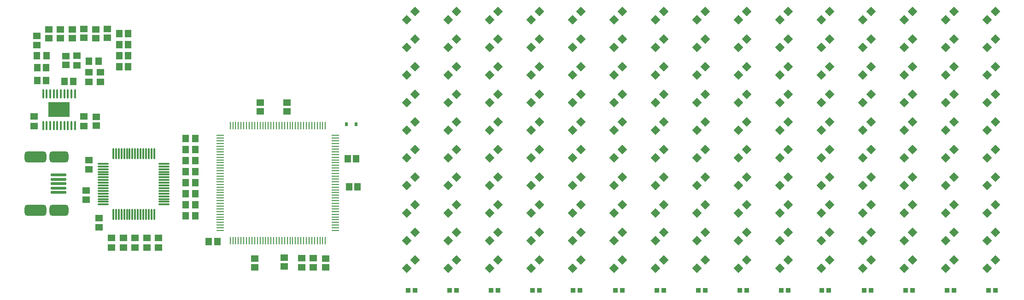
<source format=gbr>
%TF.GenerationSoftware,Altium Limited,Altium Designer,20.1.14 (287)*%
G04 Layer_Color=8421504*
%FSLAX26Y26*%
%MOIN*%
%TF.SameCoordinates,7E9A0AC4-0E20-4BBF-80A7-7FB1365180D4*%
%TF.FilePolarity,Positive*%
%TF.FileFunction,Paste,Top*%
%TF.Part,Single*%
G01*
G75*
%TA.AperFunction,SMDPad,CuDef*%
%ADD10O,0.009842X0.055118*%
%ADD11O,0.055118X0.009842*%
%ADD12O,0.011811X0.082677*%
%ADD13O,0.082677X0.011811*%
%ADD14R,0.151969X0.107874*%
%ADD15O,0.013780X0.072835*%
%ADD16R,0.033465X0.037402*%
%ADD17R,0.053150X0.045276*%
%ADD18R,0.045276X0.053150*%
%TA.AperFunction,ConnectorPad*%
G04:AMPARAMS|DCode=19|XSize=137.795mil|YSize=80.709mil|CornerRadius=20.177mil|HoleSize=0mil|Usage=FLASHONLY|Rotation=180.000|XOffset=0mil|YOffset=0mil|HoleType=Round|Shape=RoundedRectangle|*
%AMROUNDEDRECTD19*
21,1,0.137795,0.040354,0,0,180.0*
21,1,0.097441,0.080709,0,0,180.0*
1,1,0.040354,-0.048721,0.020177*
1,1,0.040354,0.048721,0.020177*
1,1,0.040354,0.048721,-0.020177*
1,1,0.040354,-0.048721,-0.020177*
%
%ADD19ROUNDEDRECTD19*%
G04:AMPARAMS|DCode=20|XSize=157.48mil|YSize=80.709mil|CornerRadius=20.177mil|HoleSize=0mil|Usage=FLASHONLY|Rotation=180.000|XOffset=0mil|YOffset=0mil|HoleType=Round|Shape=RoundedRectangle|*
%AMROUNDEDRECTD20*
21,1,0.157480,0.040354,0,0,180.0*
21,1,0.117126,0.080709,0,0,180.0*
1,1,0.040354,-0.058563,0.020177*
1,1,0.040354,0.058563,0.020177*
1,1,0.040354,0.058563,-0.020177*
1,1,0.040354,-0.058563,-0.020177*
%
%ADD20ROUNDEDRECTD20*%
G04:AMPARAMS|DCode=21|XSize=137.795mil|YSize=80.709mil|CornerRadius=20.177mil|HoleSize=0mil|Usage=FLASHONLY|Rotation=180.000|XOffset=0mil|YOffset=0mil|HoleType=Round|Shape=RoundedRectangle|*
%AMROUNDEDRECTD21*
21,1,0.137795,0.040355,0,0,180.0*
21,1,0.097441,0.080709,0,0,180.0*
1,1,0.040354,-0.048721,0.020177*
1,1,0.040354,0.048721,0.020177*
1,1,0.040354,0.048721,-0.020177*
1,1,0.040354,-0.048721,-0.020177*
%
%ADD21ROUNDEDRECTD21*%
G04:AMPARAMS|DCode=22|XSize=110.236mil|YSize=19.685mil|CornerRadius=4.921mil|HoleSize=0mil|Usage=FLASHONLY|Rotation=180.000|XOffset=0mil|YOffset=0mil|HoleType=Round|Shape=RoundedRectangle|*
%AMROUNDEDRECTD22*
21,1,0.110236,0.009843,0,0,180.0*
21,1,0.100394,0.019685,0,0,180.0*
1,1,0.009842,-0.050197,0.004921*
1,1,0.009842,0.050197,0.004921*
1,1,0.009842,0.050197,-0.004921*
1,1,0.009842,-0.050197,-0.004921*
%
%ADD22ROUNDEDRECTD22*%
%TA.AperFunction,SMDPad,CuDef*%
%ADD23P,0.066813X4X180.0*%
%ADD24R,0.023622X0.031496*%
%ADD25R,0.051181X0.055118*%
%ADD26R,0.055118X0.051181*%
D10*
X3213780Y3515000D02*
D03*
X3233465D02*
D03*
X3253150D02*
D03*
X3272835D02*
D03*
X3292520D02*
D03*
X3312205D02*
D03*
X3331890D02*
D03*
X3351575D02*
D03*
X3371260D02*
D03*
X3390945D02*
D03*
X3410630D02*
D03*
X3430315D02*
D03*
X3450000D02*
D03*
X3469685D02*
D03*
X3489370D02*
D03*
X3509055D02*
D03*
X3528740D02*
D03*
X3548425D02*
D03*
X3568110D02*
D03*
X3587795D02*
D03*
X3607480D02*
D03*
X3627165D02*
D03*
X3646850D02*
D03*
X3666535D02*
D03*
X3686220D02*
D03*
X3705905D02*
D03*
X3725591D02*
D03*
X3745276D02*
D03*
X3764961D02*
D03*
X3784646D02*
D03*
X3804331D02*
D03*
X3824016D02*
D03*
X3843701D02*
D03*
X3863386D02*
D03*
X3883071D02*
D03*
X3902756D02*
D03*
Y2680354D02*
D03*
X3883071D02*
D03*
X3863386D02*
D03*
X3843701D02*
D03*
X3824016D02*
D03*
X3804331D02*
D03*
X3784646D02*
D03*
X3764961D02*
D03*
X3745276D02*
D03*
X3725591D02*
D03*
X3705905D02*
D03*
X3686220D02*
D03*
X3666535D02*
D03*
X3646850D02*
D03*
X3627165D02*
D03*
X3607480D02*
D03*
X3587795D02*
D03*
X3568110D02*
D03*
X3548425D02*
D03*
X3528740D02*
D03*
X3509055D02*
D03*
X3489370D02*
D03*
X3469685D02*
D03*
X3450000D02*
D03*
X3430315D02*
D03*
X3410630D02*
D03*
X3390945D02*
D03*
X3371260D02*
D03*
X3351575D02*
D03*
X3331890D02*
D03*
X3312205D02*
D03*
X3292520D02*
D03*
X3272835D02*
D03*
X3253150D02*
D03*
X3233465D02*
D03*
X3213780D02*
D03*
D11*
X3975591Y3442165D02*
D03*
Y3422480D02*
D03*
Y3402795D02*
D03*
Y3383110D02*
D03*
Y3363425D02*
D03*
Y3343740D02*
D03*
Y3324055D02*
D03*
Y3304370D02*
D03*
Y3284685D02*
D03*
Y3265000D02*
D03*
Y3245315D02*
D03*
Y3225630D02*
D03*
Y3205945D02*
D03*
Y3186260D02*
D03*
Y3166575D02*
D03*
Y3146890D02*
D03*
Y3127205D02*
D03*
Y3107520D02*
D03*
Y3087835D02*
D03*
Y3068150D02*
D03*
Y3048465D02*
D03*
Y3028780D02*
D03*
Y3009095D02*
D03*
Y2989409D02*
D03*
Y2969724D02*
D03*
Y2950039D02*
D03*
Y2930354D02*
D03*
Y2910669D02*
D03*
Y2890984D02*
D03*
Y2871299D02*
D03*
Y2851614D02*
D03*
Y2831929D02*
D03*
Y2812244D02*
D03*
Y2792559D02*
D03*
Y2772874D02*
D03*
Y2753189D02*
D03*
X3140945D02*
D03*
Y2772874D02*
D03*
Y2792559D02*
D03*
Y2812244D02*
D03*
Y2831929D02*
D03*
Y2851614D02*
D03*
Y2871299D02*
D03*
Y2890984D02*
D03*
Y2910669D02*
D03*
Y2930354D02*
D03*
Y2950039D02*
D03*
Y2969724D02*
D03*
Y2989409D02*
D03*
Y3009095D02*
D03*
Y3028780D02*
D03*
Y3048465D02*
D03*
Y3068150D02*
D03*
Y3087835D02*
D03*
Y3107520D02*
D03*
Y3127205D02*
D03*
Y3146890D02*
D03*
Y3166575D02*
D03*
Y3186260D02*
D03*
Y3205945D02*
D03*
Y3225630D02*
D03*
Y3245315D02*
D03*
Y3265000D02*
D03*
Y3284685D02*
D03*
Y3304370D02*
D03*
Y3324055D02*
D03*
Y3343740D02*
D03*
Y3363425D02*
D03*
Y3383110D02*
D03*
Y3402795D02*
D03*
Y3422480D02*
D03*
Y3442165D02*
D03*
D12*
X2368199Y3310472D02*
D03*
X2387885D02*
D03*
X2407570D02*
D03*
X2427255D02*
D03*
X2446940D02*
D03*
X2466625D02*
D03*
X2486310D02*
D03*
X2505995D02*
D03*
X2525680D02*
D03*
X2545365D02*
D03*
X2565050D02*
D03*
X2584735D02*
D03*
X2604420D02*
D03*
X2624105D02*
D03*
X2643790D02*
D03*
X2663475D02*
D03*
Y2869528D02*
D03*
X2643790D02*
D03*
X2624105D02*
D03*
X2604420D02*
D03*
X2584735D02*
D03*
X2565050D02*
D03*
X2545365D02*
D03*
X2525680D02*
D03*
X2505995D02*
D03*
X2486310D02*
D03*
X2466625D02*
D03*
X2446940D02*
D03*
X2427255D02*
D03*
X2407570D02*
D03*
X2387885D02*
D03*
X2368199D02*
D03*
D13*
X2736310Y3237638D02*
D03*
Y3217953D02*
D03*
Y3198268D02*
D03*
Y3178583D02*
D03*
Y3158898D02*
D03*
Y3139213D02*
D03*
Y3119528D02*
D03*
Y3099843D02*
D03*
Y3080157D02*
D03*
Y3060472D02*
D03*
Y3040787D02*
D03*
Y3021102D02*
D03*
Y3001417D02*
D03*
Y2981732D02*
D03*
Y2962047D02*
D03*
Y2942362D02*
D03*
X2295365D02*
D03*
Y2962047D02*
D03*
Y2981732D02*
D03*
Y3001417D02*
D03*
Y3021102D02*
D03*
Y3040787D02*
D03*
Y3060472D02*
D03*
Y3080157D02*
D03*
Y3099843D02*
D03*
Y3119528D02*
D03*
Y3139213D02*
D03*
Y3158898D02*
D03*
Y3178583D02*
D03*
Y3198268D02*
D03*
Y3217953D02*
D03*
Y3237638D02*
D03*
D14*
X1975837Y3630000D02*
D03*
D15*
X1860680Y3514843D02*
D03*
X1886270D02*
D03*
X1911861D02*
D03*
X1937451D02*
D03*
X1963042D02*
D03*
X1988632D02*
D03*
X2014223D02*
D03*
X2039814D02*
D03*
X2065404D02*
D03*
X2090995D02*
D03*
X1860680Y3745157D02*
D03*
X1886270D02*
D03*
X1911861D02*
D03*
X1937451D02*
D03*
X1963042D02*
D03*
X1988632D02*
D03*
X2014223D02*
D03*
X2039814D02*
D03*
X2065404D02*
D03*
X2090995D02*
D03*
D16*
X8751360Y2320769D02*
D03*
X8700179D02*
D03*
X8451360D02*
D03*
X8400179D02*
D03*
X8151360D02*
D03*
X8100179D02*
D03*
X7851360D02*
D03*
X7800179D02*
D03*
X7546360D02*
D03*
X7495179D02*
D03*
X7251360D02*
D03*
X7200179D02*
D03*
X6951360D02*
D03*
X6900179D02*
D03*
X6651360D02*
D03*
X6600179D02*
D03*
X6351360D02*
D03*
X6300179D02*
D03*
X6051360D02*
D03*
X6000179D02*
D03*
X5746360D02*
D03*
X5695179D02*
D03*
X5451360D02*
D03*
X5400179D02*
D03*
X5151360D02*
D03*
X5100179D02*
D03*
X4851360D02*
D03*
X4800179D02*
D03*
X4551360D02*
D03*
X4500179D02*
D03*
D17*
X3815837Y2555000D02*
D03*
Y2486102D02*
D03*
X3730837Y2554449D02*
D03*
Y2485551D02*
D03*
X2190837Y3264449D02*
D03*
Y3195551D02*
D03*
X2170837Y3044449D02*
D03*
Y2975551D02*
D03*
X2695837Y2630315D02*
D03*
Y2699213D02*
D03*
X2610837Y2630315D02*
D03*
Y2699213D02*
D03*
X2525837Y2630315D02*
D03*
Y2699213D02*
D03*
X2440837Y2630866D02*
D03*
Y2699764D02*
D03*
X2355837Y2630866D02*
D03*
Y2699764D02*
D03*
X2265837Y2776102D02*
D03*
Y2845000D02*
D03*
X1815837Y4095551D02*
D03*
Y4164449D02*
D03*
X2155837Y3579449D02*
D03*
Y3510551D02*
D03*
X1795837Y3579449D02*
D03*
Y3510551D02*
D03*
X2275837Y3830551D02*
D03*
Y3899449D02*
D03*
X2105837Y4018898D02*
D03*
Y3950000D02*
D03*
X2190837Y3830551D02*
D03*
Y3899449D02*
D03*
D18*
X2960286Y3420000D02*
D03*
X2891388D02*
D03*
X2960286Y3340000D02*
D03*
X2891388D02*
D03*
X2960286Y3260000D02*
D03*
X2891388D02*
D03*
X2960286Y3180000D02*
D03*
X2891388D02*
D03*
X2960286Y3100000D02*
D03*
X2891388D02*
D03*
X2960286Y3020000D02*
D03*
X2891388D02*
D03*
X2960286Y2940000D02*
D03*
X2891388D02*
D03*
X2960286Y2860000D02*
D03*
X2891388D02*
D03*
X1884735Y4020000D02*
D03*
X1815837D02*
D03*
X2191388Y3980000D02*
D03*
X2260286D02*
D03*
D19*
X1973357Y3287284D02*
D03*
D20*
X1806033D02*
D03*
Y2899488D02*
D03*
D21*
X1973357D02*
D03*
D22*
X1972371Y3124882D02*
D03*
Y3156378D02*
D03*
Y3061890D02*
D03*
Y3030394D02*
D03*
Y3093386D02*
D03*
D23*
X8750000Y4340000D02*
D03*
X8691538Y4281538D02*
D03*
X8450000Y4340000D02*
D03*
X8391538Y4281538D02*
D03*
X8150000Y4340000D02*
D03*
X8091538Y4281538D02*
D03*
X7850000Y4340000D02*
D03*
X7791538Y4281538D02*
D03*
X7550000Y4340000D02*
D03*
X7491538Y4281538D02*
D03*
X7250000Y4340000D02*
D03*
X7191538Y4281538D02*
D03*
X6950000Y4340000D02*
D03*
X6891538Y4281538D02*
D03*
X6650000Y4340000D02*
D03*
X6591538Y4281538D02*
D03*
X6350000Y4340000D02*
D03*
X6291538Y4281538D02*
D03*
X6050000Y4340000D02*
D03*
X5991538Y4281538D02*
D03*
X5750000Y4340000D02*
D03*
X5691538Y4281538D02*
D03*
X5450000Y4340000D02*
D03*
X5391538Y4281538D02*
D03*
X5150000Y4340000D02*
D03*
X5091538Y4281538D02*
D03*
X4850000Y4340000D02*
D03*
X4791538Y4281538D02*
D03*
X4550000Y4340000D02*
D03*
X4491538Y4281538D02*
D03*
X8750000Y4140000D02*
D03*
X8691538Y4081538D02*
D03*
X8450000Y4140000D02*
D03*
X8391538Y4081538D02*
D03*
X8150000Y4140000D02*
D03*
X8091538Y4081538D02*
D03*
X7850000Y4140000D02*
D03*
X7791538Y4081538D02*
D03*
X7550000Y4140000D02*
D03*
X7491538Y4081538D02*
D03*
X7250000Y4140000D02*
D03*
X7191538Y4081538D02*
D03*
X6950000Y4140000D02*
D03*
X6891538Y4081538D02*
D03*
X6650000Y4140000D02*
D03*
X6591538Y4081538D02*
D03*
X6350000Y4140000D02*
D03*
X6291538Y4081538D02*
D03*
X6050000Y4140000D02*
D03*
X5991538Y4081538D02*
D03*
X5750000Y4140000D02*
D03*
X5691538Y4081538D02*
D03*
X5450000Y4140000D02*
D03*
X5391538Y4081538D02*
D03*
X5150000Y4140000D02*
D03*
X5091538Y4081538D02*
D03*
X4850000Y4140000D02*
D03*
X4791538Y4081538D02*
D03*
X4550000Y4140000D02*
D03*
X4491538Y4081538D02*
D03*
X8750000Y3940000D02*
D03*
X8691538Y3881538D02*
D03*
X8450000Y3940000D02*
D03*
X8391538Y3881538D02*
D03*
X8150000Y3940000D02*
D03*
X8091538Y3881538D02*
D03*
X7850000Y3940000D02*
D03*
X7791538Y3881538D02*
D03*
X7550000Y3940000D02*
D03*
X7491538Y3881538D02*
D03*
X7250000Y3940000D02*
D03*
X7191538Y3881538D02*
D03*
X6950000Y3940000D02*
D03*
X6891538Y3881538D02*
D03*
X6650000Y3940000D02*
D03*
X6591538Y3881538D02*
D03*
X6350000Y3940000D02*
D03*
X6291538Y3881538D02*
D03*
X6050000Y3940000D02*
D03*
X5991538Y3881538D02*
D03*
X5750000Y3940000D02*
D03*
X5691538Y3881538D02*
D03*
X5450000Y3940000D02*
D03*
X5391538Y3881538D02*
D03*
X5150000Y3940000D02*
D03*
X5091538Y3881538D02*
D03*
X4850000Y3940000D02*
D03*
X4791538Y3881538D02*
D03*
X4550000Y3940000D02*
D03*
X4491538Y3881538D02*
D03*
X8750000Y3740000D02*
D03*
X8691538Y3681538D02*
D03*
X8450000Y3740000D02*
D03*
X8391538Y3681538D02*
D03*
X8150000Y3740000D02*
D03*
X8091538Y3681538D02*
D03*
X7850000Y3740000D02*
D03*
X7791538Y3681538D02*
D03*
X7550000Y3740000D02*
D03*
X7491538Y3681538D02*
D03*
X7250000Y3740000D02*
D03*
X7191538Y3681538D02*
D03*
X6950000Y3740000D02*
D03*
X6891538Y3681538D02*
D03*
X6650000Y3740000D02*
D03*
X6591538Y3681538D02*
D03*
X6350000Y3740000D02*
D03*
X6291538Y3681538D02*
D03*
X6050000Y3740000D02*
D03*
X5991538Y3681538D02*
D03*
X5750000Y3740000D02*
D03*
X5691538Y3681538D02*
D03*
X5450000Y3740000D02*
D03*
X5391538Y3681538D02*
D03*
X5150000Y3740000D02*
D03*
X5091538Y3681538D02*
D03*
X4850000Y3740000D02*
D03*
X4791538Y3681538D02*
D03*
X4550000Y3740000D02*
D03*
X4491538Y3681538D02*
D03*
X8750000Y3540000D02*
D03*
X8691538Y3481538D02*
D03*
X8450000Y3540000D02*
D03*
X8391538Y3481538D02*
D03*
X8150000Y3540000D02*
D03*
X8091538Y3481538D02*
D03*
X7850000Y3540000D02*
D03*
X7791538Y3481538D02*
D03*
X7550000Y3540000D02*
D03*
X7491538Y3481538D02*
D03*
X7250000Y3540000D02*
D03*
X7191538Y3481538D02*
D03*
X6950000Y3540000D02*
D03*
X6891538Y3481538D02*
D03*
X6650000Y3540000D02*
D03*
X6591538Y3481538D02*
D03*
X6350000Y3540000D02*
D03*
X6291538Y3481538D02*
D03*
X6050000Y3540000D02*
D03*
X5991538Y3481538D02*
D03*
X5750000Y3540000D02*
D03*
X5691538Y3481538D02*
D03*
X5450000Y3540000D02*
D03*
X5391538Y3481538D02*
D03*
X5150000Y3540000D02*
D03*
X5091538Y3481538D02*
D03*
X4850000Y3540000D02*
D03*
X4791538Y3481538D02*
D03*
X4550000Y3540000D02*
D03*
X4491538Y3481538D02*
D03*
X8750000Y3340000D02*
D03*
X8691538Y3281538D02*
D03*
X8450000Y3340000D02*
D03*
X8391538Y3281538D02*
D03*
X8150000Y3340000D02*
D03*
X8091538Y3281538D02*
D03*
X7850000Y3340000D02*
D03*
X7791538Y3281538D02*
D03*
X7550000Y3340000D02*
D03*
X7491538Y3281538D02*
D03*
X7250000Y3340000D02*
D03*
X7191538Y3281538D02*
D03*
X6950000Y3340000D02*
D03*
X6891538Y3281538D02*
D03*
X6650000Y3340000D02*
D03*
X6591538Y3281538D02*
D03*
X6350000Y3340000D02*
D03*
X6291538Y3281538D02*
D03*
X6050000Y3340000D02*
D03*
X5991538Y3281538D02*
D03*
X5750000Y3340000D02*
D03*
X5691538Y3281538D02*
D03*
X5450000Y3340000D02*
D03*
X5391538Y3281538D02*
D03*
X5150000Y3340000D02*
D03*
X5091538Y3281538D02*
D03*
X4850000Y3340000D02*
D03*
X4791538Y3281538D02*
D03*
X4550000Y3340000D02*
D03*
X4491538Y3281538D02*
D03*
X8750000Y3140000D02*
D03*
X8691538Y3081538D02*
D03*
X8450000Y3140000D02*
D03*
X8391538Y3081538D02*
D03*
X8150000Y3140000D02*
D03*
X8091538Y3081538D02*
D03*
X7850000Y3140000D02*
D03*
X7791538Y3081538D02*
D03*
X7550000Y3140000D02*
D03*
X7491538Y3081538D02*
D03*
X7250000Y3140000D02*
D03*
X7191538Y3081538D02*
D03*
X6950000Y3140000D02*
D03*
X6891538Y3081538D02*
D03*
X6650000Y3140000D02*
D03*
X6591538Y3081538D02*
D03*
X6350000Y3140000D02*
D03*
X6291538Y3081538D02*
D03*
X6050000Y3140000D02*
D03*
X5991538Y3081538D02*
D03*
X5750000Y3140000D02*
D03*
X5691538Y3081538D02*
D03*
X5450000Y3140000D02*
D03*
X5391538Y3081538D02*
D03*
X5150000Y3140000D02*
D03*
X5091538Y3081538D02*
D03*
X4850000Y3140000D02*
D03*
X4791538Y3081538D02*
D03*
X4550000Y3140000D02*
D03*
X4491538Y3081538D02*
D03*
X8750000Y2940000D02*
D03*
X8691538Y2881538D02*
D03*
X8450000Y2940000D02*
D03*
X8391538Y2881538D02*
D03*
X8150000Y2940000D02*
D03*
X8091538Y2881538D02*
D03*
X7850000Y2940000D02*
D03*
X7791538Y2881538D02*
D03*
X7550000Y2940000D02*
D03*
X7491538Y2881538D02*
D03*
X7250000Y2940000D02*
D03*
X7191538Y2881538D02*
D03*
X6950000Y2940000D02*
D03*
X6891538Y2881538D02*
D03*
X6650000Y2940000D02*
D03*
X6591538Y2881538D02*
D03*
X6350000Y2940000D02*
D03*
X6291538Y2881538D02*
D03*
X6050000Y2940000D02*
D03*
X5991538Y2881538D02*
D03*
X5750000Y2940000D02*
D03*
X5691538Y2881538D02*
D03*
X5450000Y2940000D02*
D03*
X5391538Y2881538D02*
D03*
X5150000Y2940000D02*
D03*
X5091538Y2881538D02*
D03*
X4850000Y2940000D02*
D03*
X4791538Y2881538D02*
D03*
X4550000Y2940000D02*
D03*
X4491538Y2881538D02*
D03*
X8750000Y2740000D02*
D03*
X8691538Y2681538D02*
D03*
X8450000Y2740000D02*
D03*
X8391538Y2681538D02*
D03*
X8150000Y2740000D02*
D03*
X8091538Y2681538D02*
D03*
X7850000Y2740000D02*
D03*
X7791538Y2681538D02*
D03*
X7550000Y2740000D02*
D03*
X7491538Y2681538D02*
D03*
X7250000Y2740000D02*
D03*
X7191538Y2681538D02*
D03*
X6950000Y2740000D02*
D03*
X6891538Y2681538D02*
D03*
X6650000Y2740000D02*
D03*
X6591538Y2681538D02*
D03*
X6350000Y2740000D02*
D03*
X6291538Y2681538D02*
D03*
X6050000Y2740000D02*
D03*
X5991538Y2681538D02*
D03*
X5750000Y2740000D02*
D03*
X5691538Y2681538D02*
D03*
X5450000Y2740000D02*
D03*
X5391538Y2681538D02*
D03*
X5150000Y2740000D02*
D03*
X5091538Y2681538D02*
D03*
X4850000Y2740000D02*
D03*
X4791538Y2681538D02*
D03*
X4550000Y2740000D02*
D03*
X4491538Y2681538D02*
D03*
X8750000Y2540000D02*
D03*
X8691538Y2481538D02*
D03*
X8450000Y2540000D02*
D03*
X8391538Y2481538D02*
D03*
X8150000Y2540000D02*
D03*
X8091538Y2481538D02*
D03*
X7850000Y2540000D02*
D03*
X7791538Y2481538D02*
D03*
X7550000Y2540000D02*
D03*
X7491538Y2481538D02*
D03*
X7250000Y2540000D02*
D03*
X7191538Y2481538D02*
D03*
X6950000Y2540000D02*
D03*
X6891538Y2481538D02*
D03*
X6650000Y2540000D02*
D03*
X6591538Y2481538D02*
D03*
X6350000Y2540000D02*
D03*
X6291538Y2481538D02*
D03*
X6050000Y2540000D02*
D03*
X5991538Y2481538D02*
D03*
X5750000Y2540000D02*
D03*
X5691538Y2481538D02*
D03*
X5450000Y2540000D02*
D03*
X5391538Y2481538D02*
D03*
X5150000Y2540000D02*
D03*
X5091538Y2481538D02*
D03*
X4850000Y2540000D02*
D03*
X4791538Y2481538D02*
D03*
X4550000Y2540000D02*
D03*
X4491538Y2481538D02*
D03*
D24*
X4123465Y3525000D02*
D03*
X4056535D02*
D03*
D25*
X3121496Y2675000D02*
D03*
X3058504D02*
D03*
X4126496Y3275000D02*
D03*
X4063504D02*
D03*
X4136496Y3070000D02*
D03*
X4073504D02*
D03*
X1819341Y3840000D02*
D03*
X1882333D02*
D03*
X1882333Y3935000D02*
D03*
X1819341D02*
D03*
X2015837Y3835000D02*
D03*
X2078829D02*
D03*
X2410837Y4180000D02*
D03*
X2473829D02*
D03*
Y3940000D02*
D03*
X2410837D02*
D03*
X2473829Y4100000D02*
D03*
X2410837D02*
D03*
X2473829Y4020000D02*
D03*
X2410837D02*
D03*
D26*
X3625000Y3618504D02*
D03*
Y3681496D02*
D03*
X3430000Y3681496D02*
D03*
Y3618504D02*
D03*
X3390000Y2488504D02*
D03*
Y2551496D02*
D03*
X3605000Y2493504D02*
D03*
Y2556496D02*
D03*
X3905000Y2488504D02*
D03*
Y2551496D02*
D03*
X2245837Y3576496D02*
D03*
Y3513504D02*
D03*
X2025837Y4016496D02*
D03*
Y3953504D02*
D03*
X2325837Y4212992D02*
D03*
Y4150000D02*
D03*
X2240837Y4148504D02*
D03*
Y4211496D02*
D03*
X2155837Y4150000D02*
D03*
Y4212992D02*
D03*
X2070837Y4148504D02*
D03*
Y4211496D02*
D03*
X1985837Y4148504D02*
D03*
Y4211496D02*
D03*
X1900837Y4148504D02*
D03*
Y4211496D02*
D03*
%TF.MD5,bbd09d3711e340d9efdb022f760754d5*%
M02*

</source>
